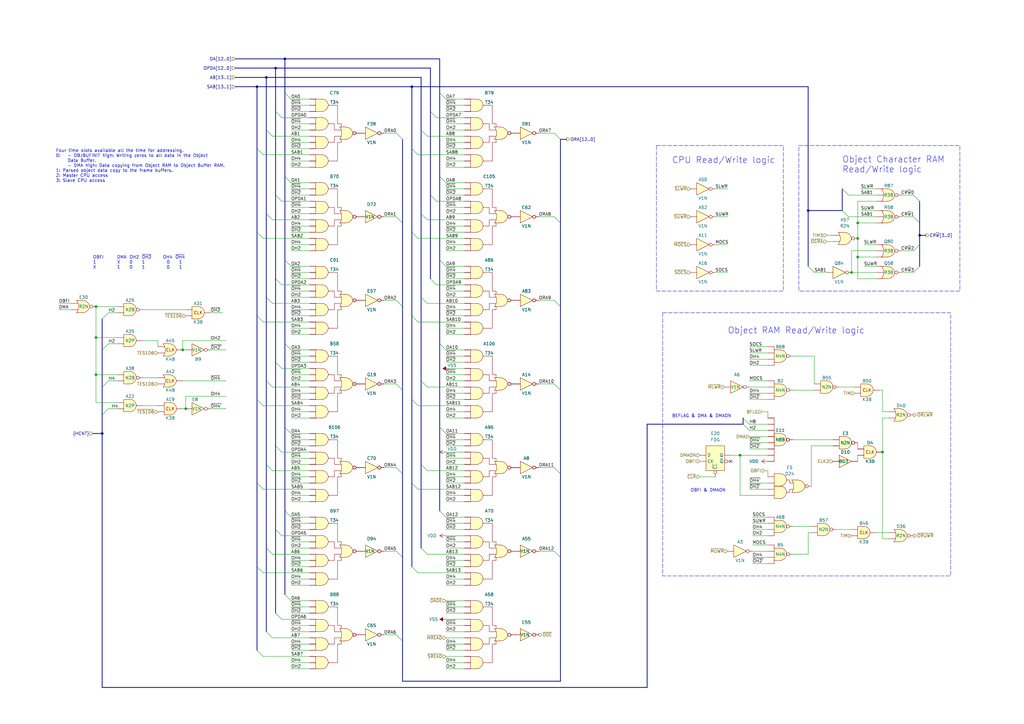
<source format=kicad_sch>
(kicad_sch (version 20231120) (generator "eeschema") (generator_version "8.0")
  (paper "A3")
  (title_block (title "Konami 007783") (date "2023-10-10"))
  (junction (at 41.91 177.8))
  (junction (at 349.25 111.76))
  (junction (at 109.22 31.75))
  (junction (at 39.37 153.67))
  (junction (at 39.37 138.43))
  (junction (at 39.37 125.73))
  (junction (at 168.91 35.56))
  (junction (at 351.79 97.79))
  (junction (at 76.2 167.64))
  (junction (at 303.53 186.69))
  (junction (at 361.95 185.42))
  (junction (at 331.47 86.36))
  (junction (at 74.93 143.51))
  (junction (at 377.19 96.52))
  (junction (at 351.79 91.44))
  (junction (at 113.03 27.94))
  (junction (at 105.41 35.56))
  (junction (at 116.84 24.13))
  (junction (at 351.79 105.41))
  (no_connect (at 299.72 189.23))
  (bus_entry (at 331.47 109.22) (size 2.54 2.54))
  (bus_entry (at 162.56 123.19) (size 2.54 2.54))
  (bus_entry (at 374.65 102.87) (size 2.54 -2.54))
  (bus_entry (at 168.91 232.41) (size 2.54 2.54))
  (bus_entry (at 116.84 106.68) (size 2.54 2.54))
  (bus_entry (at 113.03 80.01) (size 2.54 2.54))
  (bus_entry (at 162.56 191.77) (size 2.54 2.54))
  (bus_entry (at 180.34 175.26) (size 2.54 2.54))
  (bus_entry (at 172.72 156.21) (size 2.54 2.54))
  (bus_entry (at 168.91 163.83) (size 2.54 2.54))
  (bus_entry (at 116.84 38.1) (size 2.54 2.54))
  (bus_entry (at 345.44 86.36) (size 2.54 2.54))
  (bus_entry (at 113.03 114.3) (size 2.54 2.54))
  (bus_entry (at 113.03 251.46) (size 2.54 2.54))
  (bus_entry (at 109.22 156.21) (size 2.54 2.54))
  (bus_entry (at 227.33 123.19) (size 2.54 2.54))
  (bus_entry (at 109.22 190.5) (size 2.54 2.54))
  (bus_entry (at 176.53 45.72) (size 2.54 2.54))
  (bus_entry (at 116.84 72.39) (size 2.54 2.54))
  (bus_entry (at 41.91 130.81) (size 2.54 -2.54))
  (bus_entry (at 109.22 224.79) (size 2.54 2.54))
  (bus_entry (at 304.8 171.45) (size 2.54 2.54))
  (bus_entry (at 168.91 198.12) (size 2.54 2.54))
  (bus_entry (at 113.03 45.72) (size 2.54 2.54))
  (bus_entry (at 168.91 129.54) (size 2.54 2.54))
  (bus_entry (at 180.34 106.68) (size 2.54 2.54))
  (bus_entry (at 162.56 226.06) (size 2.54 2.54))
  (bus_entry (at 113.03 217.17) (size 2.54 2.54))
  (bus_entry (at 227.33 88.9) (size 2.54 2.54))
  (bus_entry (at 41.91 143.51) (size 2.54 -2.54))
  (bus_entry (at 168.91 60.96) (size 2.54 2.54))
  (bus_entry (at 180.34 140.97) (size 2.54 2.54))
  (bus_entry (at 105.41 198.12) (size 2.54 2.54))
  (bus_entry (at 116.84 243.84) (size 2.54 2.54))
  (bus_entry (at 227.33 54.61) (size 2.54 2.54))
  (bus_entry (at 113.03 148.59) (size 2.54 2.54))
  (bus_entry (at 374.65 111.76) (size 2.54 -2.54))
  (bus_entry (at 172.72 53.34) (size 2.54 2.54))
  (bus_entry (at 113.03 182.88) (size 2.54 2.54))
  (bus_entry (at 41.91 170.18) (size 2.54 -2.54))
  (bus_entry (at 227.33 226.06) (size 2.54 2.54))
  (bus_entry (at 227.33 191.77) (size 2.54 2.54))
  (bus_entry (at 172.72 87.63) (size 2.54 2.54))
  (bus_entry (at 41.91 158.75) (size 2.54 -2.54))
  (bus_entry (at 105.41 266.7) (size 2.54 2.54))
  (bus_entry (at 109.22 53.34) (size 2.54 2.54))
  (bus_entry (at 374.65 80.01) (size 2.54 2.54))
  (bus_entry (at 374.65 88.9) (size 2.54 2.54))
  (bus_entry (at 172.72 190.5) (size 2.54 2.54))
  (bus_entry (at 116.84 175.26) (size 2.54 2.54))
  (bus_entry (at 116.84 209.55) (size 2.54 2.54))
  (bus_entry (at 116.84 140.97) (size 2.54 2.54))
  (bus_entry (at 227.33 157.48) (size 2.54 2.54))
  (bus_entry (at 109.22 259.08) (size 2.54 2.54))
  (bus_entry (at 162.56 260.35) (size 2.54 2.54))
  (bus_entry (at 109.22 121.92) (size 2.54 2.54))
  (bus_entry (at 162.56 157.48) (size 2.54 2.54))
  (bus_entry (at 304.8 173.99) (size 2.54 2.54))
  (bus_entry (at 180.34 38.1) (size 2.54 2.54))
  (bus_entry (at 172.72 224.79) (size 2.54 2.54))
  (bus_entry (at 162.56 54.61) (size 2.54 2.54))
  (bus_entry (at 180.34 209.55) (size 2.54 2.54))
  (bus_entry (at 105.41 232.41) (size 2.54 2.54))
  (bus_entry (at 345.44 77.47) (size 2.54 2.54))
  (bus_entry (at 168.91 95.25) (size 2.54 2.54))
  (bus_entry (at 180.34 72.39) (size 2.54 2.54))
  (bus_entry (at 176.53 80.01) (size 2.54 2.54))
  (bus_entry (at 105.41 95.25) (size 2.54 2.54))
  (bus_entry (at 172.72 121.92) (size 2.54 2.54))
  (bus_entry (at 162.56 88.9) (size 2.54 2.54))
  (bus_entry (at 105.41 129.54) (size 2.54 2.54))
  (bus_entry (at 109.22 87.63) (size 2.54 2.54))
  (bus_entry (at 105.41 60.96) (size 2.54 2.54))
  (bus_entry (at 176.53 114.3) (size 2.54 2.54))
  (bus_entry (at 105.41 163.83) (size 2.54 2.54))
  (wire (pts (xy 182.88 224.79) (xy 190.5 224.79)))
  (bus (pts (xy 229.87 57.15) (xy 232.41 57.15)))
  (wire (pts (xy 182.88 100.33) (xy 190.5 100.33)))
  (wire (pts (xy 182.88 156.21) (xy 190.5 156.21)))
  (wire (pts (xy 119.38 198.12) (xy 127 198.12)))
  (bus (pts (xy 165.1 279.4) (xy 229.87 279.4)))
  (wire (pts (xy 119.38 102.87) (xy 127 102.87)))
  (wire (pts (xy 293.37 88.9) (xy 298.45 88.9)))
  (wire (pts (xy 182.88 198.12) (xy 190.5 198.12)))
  (wire (pts (xy 182.88 74.93) (xy 190.5 74.93)))
  (wire (pts (xy 220.98 54.61) (xy 227.33 54.61)))
  (wire (pts (xy 171.45 234.95) (xy 190.5 234.95)))
  (bus (pts (xy 172.72 121.92) (xy 172.72 156.21)))
  (wire (pts (xy 308.61 231.14) (xy 314.96 231.14)))
  (wire (pts (xy 307.34 158.75) (xy 314.96 158.75)))
  (wire (pts (xy 182.88 77.47) (xy 190.5 77.47)))
  (wire (pts (xy 182.88 148.59) (xy 190.5 148.59)))
  (bus (pts (xy 229.87 160.02) (xy 229.87 125.73)))
  (wire (pts (xy 115.57 185.42) (xy 127 185.42)))
  (wire (pts (xy 119.38 203.2) (xy 127 203.2)))
  (bus (pts (xy 113.03 27.94) (xy 176.53 27.94)))
  (wire (pts (xy 353.06 77.47) (xy 359.41 77.47)))
  (bus (pts (xy 304.8 173.99) (xy 265.43 173.99)))
  (wire (pts (xy 182.88 229.87) (xy 190.5 229.87)))
  (wire (pts (xy 182.88 121.92) (xy 190.5 121.92)))
  (wire (pts (xy 175.26 124.46) (xy 190.5 124.46)))
  (bus (pts (xy 172.72 87.63) (xy 172.72 121.92)))
  (wire (pts (xy 119.38 74.93) (xy 127 74.93)))
  (wire (pts (xy 347.98 88.9) (xy 359.41 88.9)))
  (wire (pts (xy 307.34 142.24) (xy 314.96 142.24)))
  (bus (pts (xy 116.84 24.13) (xy 116.84 38.1)))
  (bus (pts (xy 113.03 217.17) (xy 113.03 251.46)))
  (wire (pts (xy 175.26 55.88) (xy 190.5 55.88)))
  (bus (pts (xy 105.41 60.96) (xy 105.41 35.56)))
  (wire (pts (xy 119.38 156.21) (xy 127 156.21)))
  (bus (pts (xy 377.19 96.52) (xy 379.73 96.52)))
  (wire (pts (xy 119.38 168.91) (xy 127 168.91)))
  (wire (pts (xy 171.45 166.37) (xy 190.5 166.37)))
  (wire (pts (xy 182.88 68.58) (xy 190.5 68.58)))
  (wire (pts (xy 179.07 116.84) (xy 190.5 116.84)))
  (bus (pts (xy 113.03 148.59) (xy 113.03 182.88)))
  (wire (pts (xy 308.61 212.09) (xy 314.96 212.09)))
  (wire (pts (xy 182.88 256.54) (xy 190.5 256.54)))
  (bus (pts (xy 377.19 100.33) (xy 377.19 109.22)))
  (wire (pts (xy 119.38 187.96) (xy 127 187.96)))
  (wire (pts (xy 361.95 160.02) (xy 360.68 160.02)))
  (wire (pts (xy 119.38 217.17) (xy 127 217.17)))
  (bus (pts (xy 105.41 232.41) (xy 105.41 266.7)))
  (wire (pts (xy 369.57 88.9) (xy 374.65 88.9)))
  (wire (pts (xy 111.76 158.75) (xy 127 158.75)))
  (wire (pts (xy 157.48 226.06) (xy 162.56 226.06)))
  (wire (pts (xy 76.2 167.64) (xy 74.93 167.64)))
  (bus (pts (xy 113.03 45.72) (xy 113.03 80.01)))
  (bus (pts (xy 165.1 262.89) (xy 165.1 279.4)))
  (wire (pts (xy 299.72 186.69) (xy 303.53 186.69)))
  (wire (pts (xy 182.88 111.76) (xy 190.5 111.76)))
  (wire (pts (xy 182.88 40.64) (xy 190.5 40.64)))
  (wire (pts (xy 119.38 85.09) (xy 127 85.09)))
  (wire (pts (xy 369.57 80.01) (xy 374.65 80.01)))
  (wire (pts (xy 44.45 128.27) (xy 48.26 128.27)))
  (wire (pts (xy 307.34 179.07) (xy 314.96 179.07)))
  (wire (pts (xy 184.15 151.13) (xy 190.5 151.13)))
  (wire (pts (xy 175.26 90.17) (xy 190.5 90.17)))
  (bus (pts (xy 172.72 190.5) (xy 172.72 224.79)))
  (wire (pts (xy 115.57 116.84) (xy 127 116.84)))
  (wire (pts (xy 182.88 163.83) (xy 190.5 163.83)))
  (wire (pts (xy 359.41 105.41) (xy 351.79 105.41)))
  (bus (pts (xy 265.43 173.99) (xy 265.43 281.94)))
  (wire (pts (xy 175.26 158.75) (xy 190.5 158.75)))
  (wire (pts (xy 119.38 109.22) (xy 127 109.22)))
  (wire (pts (xy 24.13 124.46) (xy 29.21 124.46)))
  (wire (pts (xy 119.38 68.58) (xy 127 68.58)))
  (wire (pts (xy 293.37 100.33) (xy 298.45 100.33)))
  (wire (pts (xy 307.34 200.66) (xy 314.96 200.66)))
  (wire (pts (xy 307.34 198.12) (xy 314.96 198.12)))
  (wire (pts (xy 157.48 157.48) (xy 162.56 157.48)))
  (wire (pts (xy 313.69 193.04) (xy 314.96 193.04)))
  (wire (pts (xy 182.88 114.3) (xy 190.5 114.3)))
  (wire (pts (xy 119.38 92.71) (xy 127 92.71)))
  (bus (pts (xy 116.84 38.1) (xy 116.84 72.39)))
  (bus (pts (xy 331.47 86.36) (xy 331.47 109.22)))
  (wire (pts (xy 349.25 111.76) (xy 359.41 111.76)))
  (wire (pts (xy 182.88 87.63) (xy 190.5 87.63)))
  (wire (pts (xy 351.79 91.44) (xy 359.41 91.44)))
  (wire (pts (xy 119.38 171.45) (xy 127 171.45)))
  (bus (pts (xy 113.03 182.88) (xy 113.03 217.17)))
  (wire (pts (xy 171.45 63.5) (xy 190.5 63.5)))
  (bus (pts (xy 105.41 95.25) (xy 105.41 129.54)))
  (bus (pts (xy 96.52 31.75) (xy 109.22 31.75)))
  (wire (pts (xy 39.37 153.67) (xy 48.26 153.67)))
  (wire (pts (xy 119.38 232.41) (xy 127 232.41)))
  (wire (pts (xy 182.88 195.58) (xy 190.5 195.58)))
  (bus (pts (xy 229.87 194.31) (xy 229.87 228.6)))
  (wire (pts (xy 111.76 55.88) (xy 127 55.88)))
  (wire (pts (xy 58.42 154.94) (xy 64.77 154.94)))
  (wire (pts (xy 182.88 80.01) (xy 190.5 80.01)))
  (bus (pts (xy 345.44 86.36) (xy 331.47 86.36)))
  (bus (pts (xy 168.91 60.96) (xy 168.91 35.56)))
  (wire (pts (xy 369.57 102.87) (xy 374.65 102.87)))
  (wire (pts (xy 44.45 140.97) (xy 48.26 140.97)))
  (wire (pts (xy 74.93 139.7) (xy 92.71 139.7)))
  (wire (pts (xy 119.38 114.3) (xy 127 114.3)))
  (wire (pts (xy 115.57 151.13) (xy 127 151.13)))
  (wire (pts (xy 182.88 214.63) (xy 190.5 214.63)))
  (bus (pts (xy 345.44 77.47) (xy 345.44 86.36)))
  (bus (pts (xy 41.91 177.8) (xy 38.1 177.8)))
  (wire (pts (xy 349.25 102.87) (xy 359.41 102.87)))
  (wire (pts (xy 182.88 92.71) (xy 190.5 92.71)))
  (wire (pts (xy 182.88 187.96) (xy 190.5 187.96)))
  (bus (pts (xy 176.53 80.01) (xy 176.53 114.3)))
  (bus (pts (xy 109.22 190.5) (xy 109.22 224.79)))
  (wire (pts (xy 220.98 191.77) (xy 227.33 191.77)))
  (wire (pts (xy 119.38 274.32) (xy 127 274.32)))
  (wire (pts (xy 111.76 90.17) (xy 127 90.17)))
  (wire (pts (xy 351.79 114.3) (xy 351.79 105.41)))
  (wire (pts (xy 119.38 224.79) (xy 127 224.79)))
  (wire (pts (xy 119.38 143.51) (xy 127 143.51)))
  (wire (pts (xy 354.33 109.22) (xy 359.41 109.22)))
  (wire (pts (xy 119.38 222.25) (xy 127 222.25)))
  (wire (pts (xy 182.88 254) (xy 190.5 254)))
  (wire (pts (xy 361.95 220.98) (xy 364.49 220.98)))
  (wire (pts (xy 119.38 177.8) (xy 127 177.8)))
  (wire (pts (xy 76.2 162.56) (xy 92.71 162.56)))
  (bus (pts (xy 165.1 228.6) (xy 165.1 262.89)))
  (wire (pts (xy 119.38 129.54) (xy 127 129.54)))
  (bus (pts (xy 116.84 72.39) (xy 116.84 106.68)))
  (wire (pts (xy 182.88 180.34) (xy 190.5 180.34)))
  (wire (pts (xy 307.34 144.78) (xy 314.96 144.78)))
  (wire (pts (xy 351.79 189.23) (xy 351.79 186.69)))
  (wire (pts (xy 182.88 251.46) (xy 190.5 251.46)))
  (bus (pts (xy 41.91 130.81) (xy 41.91 143.51)))
  (wire (pts (xy 58.42 127) (xy 76.2 127)))
  (bus (pts (xy 41.91 281.94) (xy 41.91 177.8)))
  (bus (pts (xy 265.43 281.94) (xy 41.91 281.94)))
  (wire (pts (xy 111.76 124.46) (xy 127 124.46)))
  (wire (pts (xy 334.01 111.76) (xy 339.09 111.76)))
  (wire (pts (xy 182.88 205.74) (xy 190.5 205.74)))
  (wire (pts (xy 119.38 205.74) (xy 127 205.74)))
  (wire (pts (xy 182.88 137.16) (xy 190.5 137.16)))
  (wire (pts (xy 119.38 246.38) (xy 127 246.38)))
  (bus (pts (xy 172.72 156.21) (xy 172.72 190.5)))
  (wire (pts (xy 308.61 219.71) (xy 314.96 219.71)))
  (wire (pts (xy 182.88 50.8) (xy 190.5 50.8)))
  (bus (pts (xy 165.1 125.73) (xy 165.1 160.02)))
  (wire (pts (xy 86.36 167.64) (xy 92.71 167.64)))
  (bus (pts (xy 229.87 125.73) (xy 229.87 91.44)))
  (bus (pts (xy 180.34 38.1) (xy 180.34 24.13)))
  (wire (pts (xy 182.88 85.09) (xy 190.5 85.09)))
  (wire (pts (xy 175.26 193.04) (xy 190.5 193.04)))
  (wire (pts (xy 107.95 269.24) (xy 127 269.24)))
  (bus (pts (xy 116.84 24.13) (xy 180.34 24.13)))
  (wire (pts (xy 119.38 240.03) (xy 127 240.03)))
  (wire (pts (xy 361.95 185.42) (xy 361.95 220.98)))
  (wire (pts (xy 182.88 237.49) (xy 190.5 237.49)))
  (wire (pts (xy 182.88 119.38) (xy 190.5 119.38)))
  (wire (pts (xy 334.01 160.02) (xy 325.12 160.02)))
  (wire (pts (xy 115.57 254) (xy 127 254)))
  (wire (pts (xy 182.88 222.25) (xy 190.5 222.25)))
  (wire (pts (xy 119.38 95.25) (xy 127 95.25)))
  (wire (pts (xy 307.34 163.83) (xy 314.96 163.83)))
  (wire (pts (xy 119.38 195.58) (xy 127 195.58)))
  (wire (pts (xy 182.88 129.54) (xy 190.5 129.54)))
  (wire (pts (xy 157.48 260.35) (xy 162.56 260.35)))
  (wire (pts (xy 107.95 132.08) (xy 127 132.08)))
  (wire (pts (xy 182.88 190.5) (xy 190.5 190.5)))
  (wire (pts (xy 119.38 146.05) (xy 127 146.05)))
  (wire (pts (xy 182.88 161.29) (xy 190.5 161.29)))
  (wire (pts (xy 314.96 193.04) (xy 314.96 195.58)))
  (wire (pts (xy 350.52 158.75) (xy 344.17 158.75)))
  (bus (pts (xy 304.8 171.45) (xy 304.8 173.99)))
  (bus (pts (xy 168.91 95.25) (xy 168.91 129.54)))
  (wire (pts (xy 293.37 77.47) (xy 298.45 77.47)))
  (wire (pts (xy 182.88 259.08) (xy 190.5 259.08)))
  (bus (pts (xy 229.87 194.31) (xy 229.87 160.02)))
  (wire (pts (xy 157.48 191.77) (xy 162.56 191.77)))
  (wire (pts (xy 119.38 111.76) (xy 127 111.76)))
  (wire (pts (xy 182.88 217.17) (xy 190.5 217.17)))
  (wire (pts (xy 182.88 240.03) (xy 190.5 240.03)))
  (wire (pts (xy 182.88 182.88) (xy 190.5 182.88)))
  (wire (pts (xy 39.37 165.1) (xy 48.26 165.1)))
  (bus (pts (xy 377.19 96.52) (xy 377.19 100.33)))
  (bus (pts (xy 116.84 209.55) (xy 116.84 243.84)))
  (wire (pts (xy 58.42 139.7) (xy 64.77 139.7)))
  (wire (pts (xy 119.38 214.63) (xy 127 214.63)))
  (bus (pts (xy 377.19 82.55) (xy 377.19 91.44)))
  (wire (pts (xy 182.88 274.32) (xy 190.5 274.32)))
  (wire (pts (xy 182.88 269.24) (xy 190.5 269.24)))
  (wire (pts (xy 314.96 168.91) (xy 314.96 171.45)))
  (wire (pts (xy 119.38 256.54) (xy 127 256.54)))
  (bus (pts (xy 96.52 35.56) (xy 105.41 35.56)))
  (wire (pts (xy 74.93 156.21) (xy 92.71 156.21)))
  (bus (pts (xy 168.91 198.12) (xy 168.91 232.41)))
  (wire (pts (xy 308.61 228.6) (xy 314.96 228.6)))
  (bus (pts (xy 105.41 60.96) (xy 105.41 95.25)))
  (wire (pts (xy 220.98 88.9) (xy 227.33 88.9)))
  (bus (pts (xy 116.84 106.68) (xy 116.84 140.97)))
  (wire (pts (xy 119.38 212.09) (xy 127 212.09)))
  (wire (pts (xy 119.38 60.96) (xy 127 60.96)))
  (wire (pts (xy 220.98 157.48) (xy 227.33 157.48)))
  (wire (pts (xy 119.38 127) (xy 127 127)))
  (bus (pts (xy 331.47 35.56) (xy 168.91 35.56)))
  (bus (pts (xy 109.22 224.79) (xy 109.22 259.08)))
  (wire (pts (xy 119.38 251.46) (xy 127 251.46)))
  (wire (pts (xy 182.88 171.45) (xy 190.5 171.45)))
  (bus (pts (xy 109.22 87.63) (xy 109.22 121.92)))
  (bus (pts (xy 109.22 31.75) (xy 109.22 53.34)))
  (wire (pts (xy 361.95 168.91) (xy 364.49 168.91)))
  (wire (pts (xy 39.37 125.73) (xy 39.37 138.43)))
  (bus (pts (xy 105.41 198.12) (xy 105.41 232.41)))
  (wire (pts (xy 325.12 215.9) (xy 332.74 215.9)))
  (wire (pts (xy 349.25 102.87) (xy 349.25 111.76)))
  (wire (pts (xy 182.88 185.42) (xy 190.5 185.42)))
  (bus (pts (xy 165.1 57.15) (xy 165.1 91.44)))
  (wire (pts (xy 331.47 227.33) (xy 325.12 227.33)))
  (wire (pts (xy 182.88 261.62) (xy 190.5 261.62)))
  (wire (pts (xy 182.88 232.41) (xy 190.5 232.41)))
  (bus (pts (xy 180.34 38.1) (xy 180.34 72.39)))
  (wire (pts (xy 74.93 143.51) (xy 76.2 143.51)))
  (wire (pts (xy 119.38 121.92) (xy 127 121.92)))
  (wire (pts (xy 182.88 127) (xy 190.5 127)))
  (wire (pts (xy 307.34 176.53) (xy 314.96 176.53)))
  (wire (pts (xy 287.02 195.58) (xy 293.37 195.58)))
  (wire (pts (xy 351.79 105.41) (xy 351.79 97.79)))
  (wire (pts (xy 119.38 237.49) (xy 127 237.49)))
  (wire (pts (xy 359.41 218.44) (xy 364.49 218.44)))
  (bus (pts (xy 41.91 170.18) (xy 41.91 177.8)))
  (bus (pts (xy 109.22 121.92) (xy 109.22 156.21)))
  (bus (pts (xy 229.87 91.44) (xy 229.87 57.15)))
  (wire (pts (xy 119.38 100.33) (xy 127 100.33)))
  (wire (pts (xy 179.07 82.55) (xy 190.5 82.55)))
  (wire (pts (xy 182.88 219.71) (xy 190.5 219.71)))
  (wire (pts (xy 308.61 217.17) (xy 314.96 217.17)))
  (wire (pts (xy 107.95 234.95) (xy 127 234.95)))
  (wire (pts (xy 119.38 163.83) (xy 127 163.83)))
  (wire (pts (xy 119.38 66.04) (xy 127 66.04)))
  (wire (pts (xy 64.77 139.7) (xy 64.77 142.24)))
  (wire (pts (xy 307.34 147.32) (xy 314.96 147.32)))
  (wire (pts (xy 179.07 48.26) (xy 190.5 48.26)))
  (wire (pts (xy 119.38 45.72) (xy 127 45.72)))
  (wire (pts (xy 182.88 66.04) (xy 190.5 66.04)))
  (wire (pts (xy 308.61 223.52) (xy 314.96 223.52)))
  (wire (pts (xy 182.88 203.2) (xy 190.5 203.2)))
  (wire (pts (xy 325.12 180.34) (xy 341.63 180.34)))
  (wire (pts (xy 119.38 134.62) (xy 127 134.62)))
  (wire (pts (xy 157.48 88.9) (xy 162.56 88.9)))
  (wire (pts (xy 182.88 264.16) (xy 190.5 264.16)))
  (wire (pts (xy 119.38 77.47) (xy 127 77.47)))
  (wire (pts (xy 361.95 171.45) (xy 361.95 185.42)))
  (wire (pts (xy 351.79 82.55) (xy 351.79 91.44)))
  (bus (pts (xy 168.91 163.83) (xy 168.91 198.12)))
  (wire (pts (xy 86.36 128.27) (xy 91.44 128.27)))
  (wire (pts (xy 349.25 217.17) (xy 342.9 217.17)))
  (wire (pts (xy 182.88 134.62) (xy 190.5 134.62)))
  (bus (pts (xy 180.34 175.26) (xy 180.34 209.55)))
  (bus (pts (xy 165.1 194.31) (xy 165.1 228.6)))
  (wire (pts (xy 182.88 168.91) (xy 190.5 168.91)))
  (wire (pts (xy 175.26 227.33) (xy 190.5 227.33)))
  (wire (pts (xy 339.09 96.52) (xy 341.63 96.52)))
  (bus (pts (xy 168.91 129.54) (xy 168.91 163.83)))
  (wire (pts (xy 182.88 102.87) (xy 190.5 102.87)))
  (wire (pts (xy 308.61 226.06) (xy 314.96 226.06)))
  (wire (pts (xy 307.34 149.86) (xy 314.96 149.86)))
  (wire (pts (xy 157.48 123.19) (xy 162.56 123.19)))
  (wire (pts (xy 157.48 54.61) (xy 162.56 54.61)))
  (wire (pts (xy 107.95 63.5) (xy 127 63.5)))
  (wire (pts (xy 331.47 218.44) (xy 332.74 218.44)))
  (bus (pts (xy 172.72 53.34) (xy 172.72 87.63)))
  (wire (pts (xy 351.79 82.55) (xy 359.41 82.55)))
  (wire (pts (xy 119.38 58.42) (xy 127 58.42)))
  (wire (pts (xy 44.45 156.21) (xy 48.26 156.21)))
  (wire (pts (xy 111.76 227.33) (xy 127 227.33)))
  (wire (pts (xy 119.38 137.16) (xy 127 137.16)))
  (wire (pts (xy 182.88 143.51) (xy 190.5 143.51)))
  (wire (pts (xy 119.38 161.29) (xy 127 161.29)))
  (wire (pts (xy 171.45 132.08) (xy 190.5 132.08)))
  (bus (pts (xy 105.41 129.54) (xy 105.41 163.83)))
  (wire (pts (xy 351.79 91.44) (xy 351.79 97.79)))
  (wire (pts (xy 307.34 161.29) (xy 314.96 161.29)))
  (wire (pts (xy 354.33 100.33) (xy 359.41 100.33)))
  (wire (pts (xy 119.38 180.34) (xy 127 180.34)))
  (wire (pts (xy 308.61 214.63) (xy 314.96 214.63)))
  (bus (pts (xy 41.91 158.75) (xy 41.91 170.18)))
  (wire (pts (xy 111.76 261.62) (xy 127 261.62)))
  (wire (pts (xy 119.38 259.08) (xy 127 259.08)))
  (bus (pts (xy 168.91 60.96) (xy 168.91 95.25)))
  (bus (pts (xy 109.22 31.75) (xy 172.72 31.75)))
  (wire (pts (xy 182.88 246.38) (xy 190.5 246.38)))
  (bus (pts (xy 109.22 156.21) (xy 109.22 190.5)))
  (bus (pts (xy 113.03 114.3) (xy 113.03 148.59)))
  (wire (pts (xy 307.34 173.99) (xy 314.96 173.99)))
  (wire (pts (xy 307.34 181.61) (xy 314.96 181.61)))
  (wire (pts (xy 182.88 146.05) (xy 190.5 146.05)))
  (wire (pts (xy 115.57 82.55) (xy 127 82.55)))
  (wire (pts (xy 351.79 184.15) (xy 351.79 181.61)))
  (wire (pts (xy 182.88 153.67) (xy 190.5 153.67)))
  (bus (pts (xy 229.87 279.4) (xy 229.87 228.6)))
  (wire (pts (xy 361.95 168.91) (xy 361.95 160.02)))
  (wire (pts (xy 325.12 146.05) (xy 334.01 146.05)))
  (wire (pts (xy 39.37 153.67) (xy 39.37 165.1)))
  (bus (pts (xy 96.52 24.13) (xy 116.84 24.13)))
  (wire (pts (xy 119.38 40.64) (xy 127 40.64)))
  (wire (pts (xy 361.95 171.45) (xy 364.49 171.45)))
  (wire (pts (xy 334.01 146.05) (xy 334.01 157.48)))
  (wire (pts (xy 119.38 43.18) (xy 127 43.18)))
  (bus (pts (xy 105.41 163.83) (xy 105.41 198.12)))
  (wire (pts (xy 115.57 219.71) (xy 127 219.71)))
  (bus (pts (xy 109.22 53.34) (xy 109.22 87.63)))
  (wire (pts (xy 119.38 87.63) (xy 127 87.63)))
  (wire (pts (xy 332.74 182.88) (xy 332.74 199.39)))
  (bus (pts (xy 113.03 27.94) (xy 113.03 45.72)))
  (bus (pts (xy 176.53 45.72) (xy 176.53 80.01)))
  (bus (pts (xy 165.1 160.02) (xy 165.1 194.31)))
  (bus (pts (xy 180.34 140.97) (xy 180.34 175.26)))
  (wire (pts (xy 119.38 119.38) (xy 127 119.38)))
  (wire (pts (xy 119.38 148.59) (xy 127 148.59)))
  (wire (pts (xy 182.88 266.7) (xy 190.5 266.7)))
  (bus (pts (xy 176.53 45.72) (xy 176.53 27.94)))
  (wire (pts (xy 312.42 168.91) (xy 314.96 168.91)))
  (wire (pts (xy 107.95 166.37) (xy 127 166.37)))
  (wire (pts (xy 182.88 58.42) (xy 190.5 58.42)))
  (bus (pts (xy 116.84 140.97) (xy 116.84 175.26)))
  (wire (pts (xy 332.74 182.88) (xy 341.63 182.88)))
  (wire (pts (xy 119.38 271.78) (xy 127 271.78)))
  (wire (pts (xy 220.98 226.06) (xy 227.33 226.06)))
  (bus (pts (xy 331.47 35.56) (xy 331.47 86.36)))
  (wire (pts (xy 307.34 184.15) (xy 314.96 184.15)))
  (wire (pts (xy 182.88 109.22) (xy 190.5 109.22)))
  (wire (pts (xy 74.93 143.51) (xy 74.93 139.7)))
  (wire (pts (xy 44.45 167.64) (xy 48.26 167.64)))
  (wire (pts (xy 339.09 99.06) (xy 341.63 99.06)))
  (wire (pts (xy 182.88 60.96) (xy 190.5 60.96)))
  (wire (pts (xy 119.38 80.01) (xy 127 80.01)))
  (wire (pts (xy 303.53 203.2) (xy 303.53 186.69)))
  (wire (pts (xy 182.88 271.78) (xy 190.5 271.78)))
  (wire (pts (xy 331.47 218.44) (xy 331.47 227.33)))
  (wire (pts (xy 171.45 97.79) (xy 190.5 97.79)))
  (wire (pts (xy 293.37 111.76) (xy 298.45 111.76)))
  (wire (pts (xy 303.53 203.2) (xy 314.96 203.2)))
  (wire (pts (xy 119.38 264.16) (xy 127 264.16)))
  (wire (pts (xy 119.38 50.8) (xy 127 50.8)))
  (wire (pts (xy 359.41 114.3) (xy 351.79 114.3)))
  (bus (pts (xy 180.34 72.39) (xy 180.34 106.68)))
  (wire (pts (xy 182.88 248.92) (xy 190.5 248.92)))
  (wire (pts (xy 182.88 212.09) (xy 190.5 212.09)))
  (wire (pts (xy 119.38 266.7) (xy 127 266.7)))
  (wire (pts (xy 107.95 97.79) (xy 127 97.79)))
  (bus (pts (xy 113.03 80.01) (xy 113.03 114.3)))
  (wire (pts (xy 119.38 53.34) (xy 127 53.34)))
  (bus (pts (xy 377.19 91.44) (xy 377.19 96.52)))
  (wire (pts (xy 39.37 138.43) (xy 39.37 153.67)))
  (wire (pts (xy 24.13 127) (xy 29.21 127)))
  (wire (pts (xy 220.98 123.19) (xy 227.33 123.19)))
  (wire (pts (xy 119.38 229.87) (xy 127 229.87)))
  (wire (pts (xy 119.38 153.67) (xy 127 153.67)))
  (bus (pts (xy 116.84 175.26) (xy 116.84 209.55)))
  (wire (pts (xy 347.98 80.01) (xy 359.41 80.01)))
  (wire (pts (xy 119.38 248.92) (xy 127 248.92)))
  (wire (pts (xy 86.36 143.51) (xy 92.71 143.51)))
  (bus (pts (xy 180.34 106.68) (xy 180.34 140.97)))
  (wire (pts (xy 353.06 86.36) (xy 359.41 86.36)))
  (bus (pts (xy 165.1 91.44) (xy 165.1 125.73)))
  (wire (pts (xy 303.53 186.69) (xy 314.96 186.69)))
  (wire (pts (xy 182.88 43.18) (xy 190.5 43.18)))
  (wire (pts (xy 182.88 53.34) (xy 190.5 53.34)))
  (wire (pts (xy 307.34 156.21) (xy 314.96 156.21)))
  (wire (pts (xy 369.57 111.76) (xy 374.65 111.76)))
  (wire (pts (xy 182.88 45.72) (xy 190.5 45.72)))
  (bus (pts (xy 96.52 27.94) (xy 113.03 27.94)))
  (wire (pts (xy 119.38 190.5) (xy 127 190.5)))
  (wire (pts (xy 182.88 95.25) (xy 190.5 95.25)))
  (bus (pts (xy 41.91 143.51) (xy 41.91 158.75)))
  (wire (pts (xy 76.2 162.56) (xy 76.2 167.64)))
  (bus (pts (xy 168.91 35.56) (xy 105.41 35.56)))
  (wire (pts (xy 182.88 177.8) (xy 190.5 177.8)))
  (wire (pts (xy 39.37 125.73) (xy 48.26 125.73)))
  (wire (pts (xy 39.37 138.43) (xy 48.26 138.43)))
  (wire (pts (xy 107.95 200.66) (xy 127 200.66)))
  (wire (pts (xy 119.38 182.88) (xy 127 182.88)))
  (bus (pts (xy 172.72 53.34) (xy 172.72 31.75)))
  (wire (pts (xy 64.77 166.37) (xy 58.42 166.37)))
  (wire (pts (xy 115.57 48.26) (xy 127 48.26)))
  (wire (pts (xy 111.76 193.04) (xy 127 193.04)))
  (wire (pts (xy 171.45 200.66) (xy 190.5 200.66)))
  (rectangle (start 269.24 59.69) (end 321.31 119.38) (stroke (width 0) (type dash)))
  (rectangle (start 271.78 128.27) (end 389.89 236.22) (stroke (width 0) (type dash)))
  (rectangle (start 327.66 59.69) (end 393.7 119.38) (stroke (width 0) (type dash)))
  (text "OBFI	DMA	OH2	~{OH2}	OH4	~{OH4}\n1		X	0	1		0	1\nX		1	0	1		0	1		" (at 38.1 110.49 0) (effects (font (size 1.27 1.27)) (justify left bottom)))
  (text "Four time slots available all the time for addressing.\n0: 	- OBJBUFINIT high: Writing zeros to all data in the Object \n	Data Buffer.\n	- DMA high: Data copying from Object RAM to Object Buffer RAM.\n1: Parsed object data copy to the frame buffers.\n2: Master CPU access\n3: Slave CPU access" (at 22.86 74.93 0) (effects (font (size 1.27 1.27)) (justify left bottom)))
  (text "Object Character RAM\nRead/Write logic" (at 345.44 71.12 0) (effects (font (size 2.54 2.54)) (justify left bottom)))
  (text "BEFLAG & DMA & DMAON" (at 275.59 171.45 0) (effects (font (size 1.27 1.27)) (justify left bottom)))
  (text "OBFI & DMAON" (at 283.21 201.93 0) (effects (font (size 1.27 1.27)) (justify left bottom)))
  (text "Object RAM Read/Write logic" (at 298.45 137.16 0) (effects (font (size 2.54 2.54)) (justify left bottom)))
  (text "CPU Read/Write logic" (at 275.59 67.31 0) (effects (font (size 2.54 2.54)) (justify left bottom)))
  (label "~{OH4}" (at 182.88 85.09 0))
  (label "OH4" (at 182.88 100.33 0))
  (label "OH4" (at 308.61 217.17 0))
  (label "OH4" (at 119.38 100.33 0))
  (label "~{OH4}" (at 182.88 119.38 0))
  (label "SAB8" (at 182.88 63.5 0))
  (label "ORA4" (at 157.48 191.77 0))
  (label "H2" (at 307.34 176.53 0))
  (label "OA1" (at 119.38 74.93 0))
  (label "OH2" (at 119.38 171.45 0))
  (label "~{OH4}" (at 119.38 222.25 0))
  (label "~{OH4'}" (at 86.36 167.64 0))
  (label "ORA11" (at 220.98 191.77 0))
  (label "SAB3" (at 119.38 132.08 0))
  (label "OH2" (at 119.38 53.34 0))
  (label "OH4" (at 182.88 229.87 0))
  (label "SAB2" (at 119.38 97.79 0))
  (label "OH4" (at 119.38 92.71 0))
  (label "AB13" (at 182.88 227.33 0))
  (label "~{OH2}" (at 119.38 251.46 0))
  (label "OH4" (at 119.38 134.62 0))
  (label "AB8" (at 182.88 55.88 0))
  (label "OH2" (at 182.88 121.92 0))
  (label "OA11" (at 182.88 177.8 0))
  (label "~{OH2'}" (at 307.34 184.15 0))
  (label "OH4" (at 182.88 195.58 0))
  (label "~{OH4}" (at 182.88 180.34 0))
  (label "~{OH2}" (at 119.38 198.12 0))
  (label "~{OH4}" (at 119.38 153.67 0))
  (label "~{OH4}" (at 119.38 187.96 0))
  (label "~{OH2}" (at 119.38 182.88 0))
  (label "SAB10" (at 182.88 132.08 0))
  (label "OH4" (at 119.38 161.29 0))
  (label "SAB11" (at 182.88 166.37 0))
  (label "SLWR" (at 353.06 77.47 0))
  (label "~{OH2}" (at 119.38 148.59 0))
  (label "CR~{W}1" (at 369.57 88.9 0))
  (label "OH2" (at 182.88 68.58 0))
  (label "OA0" (at 119.38 40.64 0))
  (label "H8" (at 307.34 173.99 0))
  (label "~{OH4}" (at 182.88 77.47 0))
  (label "OPDA7" (at 182.88 48.26 0))
  (label "SAB13" (at 182.88 234.95 0))
  (label "AB7" (at 119.38 261.62 0))
  (label "OH4" (at 119.38 203.2 0))
  (label "~{OH2}" (at 119.38 232.41 0))
  (label "~{OH4}" (at 119.38 77.47 0))
  (label "~{OH2}" (at 182.88 163.83 0))
  (label "OH4" (at 119.38 264.16 0))
  (label "~{OH2}" (at 119.38 163.83 0))
  (label "MOCS" (at 307.34 156.21 0))
  (label "H2" (at 44.45 128.27 0))
  (label "OH4" (at 182.88 264.16 0))
  (label "~{OH4}" (at 182.88 50.8 0))
  (label "~{OH4}" (at 119.38 248.92 0))
  (label "ORA3" (at 157.48 157.48 0))
  (label "OPDA8" (at 182.88 82.55 0))
  (label "OH4" (at 307.34 147.32 0))
  (label "~{OH2}" (at 182.88 217.17 0))
  (label "SAB1" (at 119.38 63.5 0))
  (label "AB6" (at 119.38 227.33 0))
  (label "OPDA9" (at 182.88 116.84 0))
  (label "OPDA5" (at 119.38 219.71 0))
  (label "OH2" (at 119.38 102.87 0))
  (label "OH2" (at 119.38 87.63 0))
  (label "SOCS" (at 308.61 212.09 0))
  (label "SAB4" (at 119.38 166.37 0))
  (label "DMA" (at 24.13 127 0))
  (label "H4" (at 44.45 156.21 0))
  (label "~{OH4}" (at 182.88 43.18 0))
  (label "OH4" (at 182.88 168.91 0))
  (label "~{OH2}" (at 182.88 251.46 0))
  (label "SAB1" (at 353.06 88.9 0))
  (label "OH2" (at 119.38 121.92 0))
  (label "AB1" (at 119.38 55.88 0))
  (label "~{OH4}" (at 119.38 43.18 0))
  (label "SLWR" (at 293.37 77.47 0))
  (label "OH2" (at 308.61 219.71 0))
  (label "OH4" (at 182.88 134.62 0))
  (label "SOCS" (at 307.34 142.24 0))
  (label "~{OH4}" (at 182.88 248.92 0))
  (label "OH2" (at 182.88 171.45 0))
  (label "OH4" (at 119.38 229.87 0))
  (label "SAB1" (at 334.01 111.76 0))
  (label "~{OH2}" (at 119.38 95.25 0))
  (label "~{OH4}" (at 119.38 119.38 0))
  (label "~{OH2}" (at 182.88 80.01 0))
  (label "OH4" (at 119.38 66.04 0))
  (label "OA7" (at 182.88 40.64 0))
  (label "OH2" (at 182.88 53.34 0))
  (label "SLWR" (at 354.33 100.33 0))
  (label "OH4" (at 119.38 168.91 0))
  (label "CR~{W}3" (at 369.57 111.76 0))
  (label "ORA0" (at 157.48 54.61 0))
  (label "OH2" (at 119.38 137.16 0))
  (label "SLWR" (at 307.34 144.78 0))
  (label "OH4" (at 119.38 58.42 0))
  (label "ORA1" (at 157.48 88.9 0))
  (label "OH2" (at 119.38 68.58 0))
  (label "OH2" (at 182.88 205.74 0))
  (label "~{OH4}" (at 119.38 85.09 0))
  (label "SOCS" (at 293.37 111.76 0))
  (label "~{OH2}" (at 119.38 60.96 0))
  (label "OPDA6" (at 119.38 254 0))
  (label "~{OH4}" (at 182.88 111.76 0))
  (label "H2" (at 44.45 140.97 0))
  (label "OH2" (at 182.88 87.63 0))
  (label "MOCS" (at 293.37 100.33 0))
  (label "SAB12" (at 182.88 200.66 0))
  (label "OA6" (at 119.38 246.38 0))
  (label "~{OH2}" (at 182.88 266.7 0))
  (label "OH2" (at 182.88 274.32 0))
  (label "OH2" (at 182.88 224.79 0))
  (label "~{OH2'}" (at 307.34 163.83 0))
  (label "OH2" (at 182.88 240.03 0))
  (label "OH4" (at 119.38 127 0))
  (label "OH2" (at 119.38 259.08 0))
  (label "~{OH4'}" (at 307.34 198.12 0))
  (label "OA3" (at 119.38 143.51 0))
  (label "~{OH4}" (at 182.88 146.05 0))
  (label "ORA6" (at 157.48 260.35 0))
  (label "OH2" (at 119.38 224.79 0))
  (label "~{OH2}" (at 86.36 128.27 0))
  (label "OA9" (at 182.88 109.22 0))
  (label "AB10" (at 182.88 124.46 0))
  (label "~{OH2'}" (at 86.36 143.51 0))
  (label "CR~{W}0" (at 369.57 80.01 0))
  (label "~{OH2}" (at 182.88 45.72 0))
  (label "OH2" (at 182.88 190.5 0))
  (label "AB11" (at 182.88 158.75 0))
  (label "OH2" (at 119.38 190.5 0))
  (label "OH2" (at 182.88 259.08 0))
  (label "OA10" (at 182.88 143.51 0))
  (label "~{OH2}" (at 119.38 266.7 0))
  (label "OA2" (at 119.38 109.22 0))
  (label "OH4" (at 182.88 237.49 0))
  (label "OA12" (at 182.88 212.09 0))
  (label "OPDA1" (at 119.38 82.55 0))
  (label "ORA7" (at 220.98 54.61 0))
  (label "SUWR" (at 353.06 86.36 0))
  (label "OH4" (at 182.88 161.29 0))
  (label "AB12" (at 182.88 193.04 0))
  (label "~{OH4}" (at 119.38 180.34 0))
  (label "~{OH4}" (at 182.88 222.25 0))
  (label "~{OH4}" (at 119.38 50.8 0))
  (label "SAB5" (at 119.38 200.66 0))
  (label "OH4" (at 182.88 203.2 0))
  (label "~{OH2'}" (at 308.61 231.14 0))
  (label "~{OH4}" (at 119.38 256.54 0))
  (label "~{OH2}" (at 119.38 80.01 0))
  (label "~{OH2}" (at 182.88 182.88 0))
  (label "ORA10" (at 220.98 157.48 0))
  (label "OH2" (at 119.38 240.03 0))
  (label "SUWR" (at 354.33 109.22 0))
  (label "OA8" (at 182.88 74.93 0))
  (label "OH2" (at 119.38 274.32 0))
  (label "H4" (at 45.72 167.64 0))
  (label "OBFI" (at 24.13 124.46 0))
  (label "OH4" (at 182.88 58.42 0))
  (label "OPDA2" (at 119.38 116.84 0))
  (label "OH4" (at 86.36 162.56 0))
  (label "~{OH4}" (at 86.36 156.21 0))
  (label "~{OH4'}" (at 307.34 181.61 0))
  (label "ORA12" (at 220.98 226.06 0))
  (label "~{OH2'}" (at 307.34 200.66 0))
  (label "OH4" (at 307.34 161.29 0))
  (label "OPDA0" (at 119.38 48.26 0))
  (label "SUWR" (at 308.61 214.63 0))
  (label "OA5" (at 119.38 212.09 0))
  (label "SAB7" (at 119.38 269.24 0))
  (label "~{OH2}" (at 119.38 129.54 0))
  (label "~{OH2}" (at 182.88 232.41 0))
  (label "~{OH4}" (at 182.88 187.96 0))
  (label "~{OH4}" (at 119.38 214.63 0))
  (label "~{OH2}" (at 119.38 217.17 0))
  (label "OA4" (at 119.38 177.8 0))
  (label "OH2" (at 307.34 149.86 0))
  (label "ORA9" (at 220.98 123.19 0))
  (label "AB3" (at 119.38 124.46 0))
  (label "OH4" (at 308.61 228.6 0))
  (label "OH4" (at 182.88 66.04 0))
  (label "OH2" (at 182.88 156.21 0))
  (label "ORA2" (at 157.48 123.19 0))
  (label "OH4" (at 182.88 271.78 0))
  (label "OH4" (at 119.38 195.58 0))
  (label "~{OH2}" (at 182.88 198.12 0))
  (label "ORA5" (at 157.48 226.06 0))
  (label "OH2" (at 182.88 137.16 0))
  (label "~{OH4}" (at 182.88 214.63 0))
  (label "OH4" (at 119.38 271.78 0))
  (label "OH2" (at 119.38 205.74 0))
  (label "OH4" (at 119.38 237.49 0))
  (label "AB5" (at 119.38 193.04 0))
  (label "~{OH2}" (at 182.88 148.59 0))
  (label "MOCS" (at 308.61 223.52 0))
  (label "OH2" (at 182.88 102.87 0))
  (label "OPDA4" (at 119.38 185.42 0))
  (label "SAB9" (at 182.88 97.79 0))
  (label "OPDA3" (at 119.38 151.13 0))
  (label "~{OH2}" (at 182.88 95.25 0))
  (label "OH4" (at 182.88 92.71 0))
  (label "AB4" (at 119.38 158.75 0))
  (label "AB2" (at 119.38 90.17 0))
  (label "~{OH2}" (at 119.38 45.72 0))
  (label "~{OH2}" (at 182.88 129.54 0))
  (label "~{OH2}" (at 182.88 60.96 0))
  (label "~{OH4}" (at 119.38 146.05 0))
  (label "ORA8" (at 220.98 88.9 0))
  (label "~{OH2}" (at 182.88 114.3 0))
  (label "AB9" (at 182.88 90.17 0))
  (label "~{OH2}" (at 119.38 114.3 0))
  (label "~{OH4}" (at 182.88 153.67 0))
  (label "SAB6" (at 119.38 234.95 0))
  (label "OH4" (at 182.88 127 0))
  (label "SAB1" (at 353.06 80.01 0))
  (label "~{OH4}" (at 119.38 111.76 0))
  (label "~{OH4}" (at 182.88 256.54 0))
  (label "OH2" (at 86.36 139.7 0))
  (label "CR~{W}2" (at 369.57 102.87 0))
  (label "SUWR" (at 293.37 88.9 0))
  (label "OH2" (at 119.38 156.21 0))
  (hierarchical_label "CLK2" (shape input) (at 341.63 189.23 180))
  (hierarchical_label "~{MUWR}" (shape input) (at 298.45 226.06 180))
  (hierarchical_label "~{ORLWR}" (shape output) (at 374.65 170.18 0))
  (hierarchical_label "~{CLR}" (shape input) (at 287.02 195.58 180))
  (hierarchical_label "DMAON" (shape input) (at 287.02 186.69 180))
  (hierarchical_label "~{ORUWR}" (shape output) (at 374.65 219.71 0))
  (hierarchical_label "~{TES1D6}" (shape input) (at 76.2 129.54 180))
  (hierarchical_label "TIM" (shape input) (at 350.52 161.29 180))
  (hierarchical_label "TES1D6" (shape input) (at 64.77 157.48 180))
  (hierarchical_label "ORA[12..0]" (shape output) (at 232.41 57.15 0))
  (hierarchical_label "~{MOCS}" (shape input) (at 283.21 100.33 180))
  (hierarchical_label "~{SOCS}" (shape input) (at 283.21 111.76 180))
  (hierarchical_label "~{SUWR}" (shape input) (at 283.21 88.9 180))
  (hierarchical_label "AB[13..1]" (shape input) (at 96.52 31.75 180))
  (hierarchical_label "~{MREAD}" (shape input) (at 182.88 261.62 180))
  (hierarchical_label "OA[12..0]" (shape input) (at 96.52 24.13 180))
  (hierarchical_label "CR~{W}[3..0]" (shape output) (at 379.73 96.52 0))
  (hierarchical_label "~{OCRA}" (shape input) (at 339.09 99.06 180))
  (hierarchical_label "~{SLWR}" (shape input) (at 283.21 77.47 180))
  (hierarchical_label "TES1D6" (shape input) (at 64.77 144.78 180))
  (hierarchical_label "OPDA[12..0]" (shape input) (at 96.52 27.94 180))
  (hierarchical_label "OBFI" (shape input) (at 287.02 189.23 180))
  (hierarchical_label "TIM3" (shape input) (at 339.09 96.52 180))
  (hierarchical_label "BFLG" (shape input) (at 312.42 168.91 180))
  (hierarchical_label "{HCNT}" (shape input) (at 38.1 177.8 180))
  (hierarchical_label "~{OAOE}" (shape input) (at 182.88 246.38 180))
  (hierarchical_label "SAB[13..1]" (shape input) (at 96.52 35.56 180))
  (hierarchical_label "~{OOE}" (shape output) (at 220.98 260.35 0))
  (hierarchical_label "DMA" (shape input) (at 307.34 179.07 180))
  (hierarchical_label "~{SREAD}" (shape input) (at 182.88 269.24 180))
  (hierarchical_label "OBFI" (shape input) (at 313.69 193.04 180))
  (hierarchical_label "~{MLWR}" (shape input) (at 297.18 158.75 180))
  (hierarchical_label "TIM" (shape input) (at 349.25 219.71 180))
  (hierarchical_label "~{TES1D6}" (shape input) (at 64.77 168.91 180))
  (symbol (lib_id "ga_fujitsu_av:V1N") (at 152.4 157.48 0) (unit 1)
    (property "Reference" "G19" (at 152.4 153.67 0))
    (property "Value" "V1N" (at 152.4 161.29 0))
  )
  (symbol (lib_id "ga_fujitsu_av:T34") (at 200.66 191.77 0) (unit 1)
    (property "Reference" "A96" (at 200.66 175.26 0))
    (property "Value" "T34" (at 200.66 179.07 0))
  )
  (symbol (lib_id "ga_fujitsu_av:R2N") (at 369.57 219.71 0) (unit 1)
    (property "Reference" "D36" (at 369.57 215.9 0))
    (property "Value" "R2N" (at 369.57 219.71 0))
  )
  (symbol (lib_id "ga_fujitsu_av:N2B") (at 53.34 154.94 0) (unit 1)
    (property "Reference" "A38" (at 53.34 151.13 0))
    (property "Value" "N2B" (at 53.34 154.94 0))
  )
  (symbol (lib_id "ga_fujitsu_av:T34") (at 200.66 123.19 0) (unit 1)
    (property "Reference" "A86" (at 200.66 106.68 0))
    (property "Value" "T34" (at 200.66 110.49 0))
  )
  (symbol (lib_id "ga_fujitsu_av:R3B") (at 364.49 111.76 0) (unit 1)
    (property "Reference" "Q58" (at 364.49 107.95 0))
    (property "Value" "R3B" (at 364.49 111.76 0))
  )
  (symbol (lib_id "ga_fujitsu_av:T34") (at 137.16 226.06 0) (unit 1)
    (property "Reference" "B97" (at 137.16 209.55 0))
    (property "Value" "T34" (at 137.16 213.36 0))
  )
  (symbol (lib_id "ga_fujitsu_av:K3B") (at 356.87 185.42 0) (unit 1)
    (property "Reference" "D4" (at 356.87 181.61 0))
    (property "Value" "K3B" (at 356.87 189.23 0))
  )
  (symbol (lib_id "ga_fujitsu_av:V1N") (at 152.4 123.19 0) (unit 1)
    (property "Reference" "E57" (at 152.4 119.38 0))
    (property "Value" "V1N" (at 152.4 127 0))
  )
  (symbol (lib_id "power:VSS") (at 184.15 151.13 90) (unit 1)
    (property "Reference" "#PWR09" (effects (hide yes)))
    (property "Value" "VSS" (at 185.42 149.86 90))
  )
  (symbol (lib_id "ga_fujitsu_av:V1N") (at 215.9 157.48 0) (unit 1)
    (property "Reference" "A14" (at 215.9 153.67 0))
    (property "Value" "V1N" (at 215.9 161.29 0))
  )
  (symbol (lib_id "ga_fujitsu_av:N2P") (at 53.34 139.7 0) (unit 1)
    (property "Reference" "A35" (at 53.34 135.89 0))
    (property "Value" "N2P" (at 53.34 139.7 0))
  )
  (symbol (lib_id "power:VDD") (at 182.88 219.71 90) (unit 1)
    (property "Reference" "#PWR011" (effects (hide yes)))
    (property "Value" "VDD" (at 179.07 219.71 90) (effects (justify left)))
  )
  (symbol (lib_id "ga_fujitsu_av:N4N") (at 318.77 160.02 0) (unit 1)
    (property "Reference" "B2" (at 320.04 156.21 0))
    (property "Value" "N4N" (at 320.04 160.02 0))
  )
  (symbol (lib_id "ga_fujitsu_av:V1N") (at 81.28 143.51 0) (unit 1)
    (property "Reference" "B9" (at 81.28 147.32 0))
    (property "Value" "V1N" (at 80.6509 143.5271 0))
  )
  (symbol (lib_id "ga_fujitsu_av:K3B") (at 81.28 128.27 0) (unit 1)
    (property "Reference" "A31" (at 81.28 124.46 0))
    (property "Value" "K3B" (at 81.28 132.08 0))
  )
  (symbol (lib_id "ga_fujitsu_av:V1N") (at 215.9 226.06 0) (unit 1)
    (property "Reference" "A55" (at 215.9 220.98 0))
    (property "Value" "V1N" (at 215.2709 226.0771 0))
  )
  (symbol (lib_id "ga_fujitsu_av:K3B") (at 69.85 167.64 0) (unit 1)
    (property "Reference" "A19" (at 69.85 163.83 0))
    (property "Value" "K3B" (at 69.85 171.45 0))
  )
  (symbol (lib_id "ga_fujitsu_av:T34") (at 137.16 157.48 0) (unit 1)
    (property "Reference" "B58" (at 137.16 140.97 0))
    (property "Value" "T34" (at 137.16 144.78 0))
  )
  (symbol (lib_id "ga_fujitsu_av:T34") (at 137.16 123.19 0) (unit 1)
    (property "Reference" "C91" (at 137.16 106.68 0))
    (property "Value" "T34" (at 137.16 110.49 0))
  )
  (symbol (lib_id "ga_fujitsu_av:T34") (at 200.66 260.35 0) (unit 1)
    (property "Reference" "A58" (at 200.66 243.84 0))
    (property "Value" "T34" (at 200.66 247.65 0))
  )
  (symbol (lib_id "ga_fujitsu_av:K4B") (at 69.85 143.51 0) (unit 1)
    (property "Reference" "A45" (at 69.85 139.7 0))
    (property "Value" "K4B" (at 69.85 147.32 0))
  )
  (symbol (lib_id "ga_fujitsu_av:N2B") (at 53.34 127 0) (unit 1)
    (property "Reference" "A25" (at 53.34 123.19 0))
    (property "Value" "N2B" (at 53.34 127 0))
  )
  (symbol (lib_id "ga_fujitsu_av:K3B") (at 355.6 160.02 0) (unit 1)
    (property "Reference" "B50" (at 355.6 156.21 0))
    (property "Value" "K3B" (at 355.6 163.83 0))
  )
  (symbol (lib_id "ga_fujitsu_av:K4B") (at 69.85 156.21 0) (unit 1)
    (property "Reference" "A42" (at 69.85 152.4 0))
    (property "Value" "K4B" (at 69.85 160.02 0))
  )
  (symbol (lib_id "ga_fujitsu_av:V1N") (at 81.28 167.64 0) (unit 1)
    (property "Reference" "E8" (at 80.01 163.83 0))
    (property "Value" "V1N" (at 80.6509 167.6571 0))
  )
  (symbol (lib_id "ga_fujitsu_av:V1N") (at 152.4 191.77 0) (unit 1)
    (property "Reference" "C70" (at 152.4 187.96 0))
    (property "Value" "V1N" (at 152.4 195.58 0))
  )
  (symbol (lib_id "ga_fujitsu_av:N2N") (at 346.71 181.61 0) (unit 1)
    (property "Reference" "E3" (at 346.71 177.8 0))
    (property "Value" "N2N" (at 346.71 181.61 0))
  )
  (symbol (lib_id "ga_fujitsu_av:V1N") (at 215.9 88.9 0) (unit 1)
    (property "Reference" "C62" (at 215.9 85.09 0))
    (property "Value" "V1N" (at 215.9 92.71 0))
  )
  (symbol (lib_id "ga_fujitsu_av:V1N") (at 215.9 260.35 0) (unit 1)
    (property "Reference" "E55" (at 215.9 255.27 0))
    (property "Value" "V1N" (at 215.2709 260.3671 0))
  )
  (symbol (lib_id "ga_fujitsu_av:T34") (at 200.66 226.06 0) (unit 1)
    (property "Reference" "A70" (at 200.66 209.55 0))
    (property "Value" "T34" (at 200.66 213.36 0))
  )
  (symbol (lib_id "ga_fujitsu_av:R2N") (at 346.71 97.79 0) (unit 1)
    (property "Reference" "A57" (at 346.5195 90.17 0))
    (property "Value" "R2N" (at 346.5195 92.71 0))
  )
  (symbol (lib_id "ga_fujitsu_av:R3B") (at 364.49 102.87 0) (unit 1)
    (property "Reference" "Q80" (at 364.49 99.06 0))
    (property "Value" "R3B" (at 364.49 102.87 0))
  )
  (symbol (lib_id "ga_fujitsu_av:N2N") (at 337.82 217.17 0) (unit 1)
    (property "Reference" "B57" (at 337.82 213.36 0))
    (property "Value" "N2N" (at 337.82 217.17 0))
  )
  (symbol (lib_id "ga_fujitsu_av:N4N") (at 318.77 227.33 0) (unit 1)
    (property "Reference" "B5" (at 320.04 223.52 0))
    (property "Value" "N4N" (at 320.04 227.33 0))
  )
  (symbol (lib_id "ga_fujitsu_av:T34") (at 137.16 191.77 0) (unit 1)
    (property "Reference" "B106" (at 137.16 175.26 0))
    (property "Value" "T34" (at 137.16 179.07 0))
  )
  (symbol (lib_id "ga_fujitsu_av:V1N") (at 288.29 88.9 0) (unit 1)
    (property "Reference" "A52" (at 288.29 85.09 0))
    (property "Value" "V1N" (at 288.29 92.71 0))
  )
  (symbol (lib_id "ga_fujitsu_av:T34") (at 137.16 260.35 0) (unit 1)
    (property "Reference" "B88" (at 137.16 243.84 0))
    (property "Value" "T34" (at 137.16 247.65 0))
  )
  (symbol (lib_id "ga_fujitsu_av:K3B") (at 354.33 218.44 0) (unit 1)
    (property "Reference" "B46" (at 354.33 214.63 0))
    (property "Value" "K3B" (at 354.33 222.25 0))
  )
  (symbol (lib_id "ga_fujitsu_av:T34") (at 200.66 88.9 0) (unit 1)
    (property "Reference" "C105" (at 200.66 72.39 0))
    (property "Value" "T34" (at 200.66 76.2 0))
  )
  (symbol (lib_id "ga_fujitsu_av:V1N") (at 344.17 111.76 0) (unit 1)
    (property "Reference" "Q84" (at 344.17 107.95 0))
    (property "Value" "V1N" (at 344.17 115.57 0))
  )
  (symbol (lib_id "ga_fujitsu_av:V1N") (at 302.26 158.75 0) (unit 1)
    (property "Reference" "A6" (at 302.26 153.67 0))
    (property "Value" "V1N" (at 301.6309 158.7671 0))
  )
  (symbol (lib_id "ga_fujitsu_av:V1N") (at 288.29 111.76 0) (unit 1)
    (property "Reference" "A16" (at 288.29 107.95 0))
    (property "Value" "V1N" (at 288.29 115.57 0))
  )
  (symbol (lib_id "ga_fujitsu_av:V1N") (at 215.9 54.61 0) (unit 1)
    (property "Reference" "D81" (at 215.9 50.8 0))
    (property "Value" "V1N" (at 215.9 58.42 0))
  )
  (symbol (lib_id "ga_fujitsu_av:T34") (at 200.66 157.48 0) (unit 1)
    (property "Reference" "A106" (at 200.66 140.97 0))
    (property "Value" "T34" (at 200.66 144.78 0))
  )
  (symbol (lib_id "ga_fujitsu_av:T34") (at 137.16 54.61 0) (unit 1)
    (property "Reference" "C79" (at 137.16 38.1 0))
    (property "Value" "T34" (at 137.16 41.91 0))
  )
  (symbol (lib_id "ga_fujitsu_av:V1N") (at 215.9 123.19 0) (unit 1)
    (property "Reference" "A83" (at 215.9 119.38 0))
    (property "Value" "V1N" (at 215.9 127 0))
  )
  (symbol (lib_id "ga_fujitsu_av:N2N") (at 339.09 158.75 0) (unit 1)
    (property "Reference" "B55" (at 339.09 154.94 0))
    (property "Value" "N2N" (at 339.09 158.75 0))
  )
  (symbol (lib_id "ga_fujitsu_av:V1N") (at 303.53 226.06 0) (unit 1)
    (property "Reference" "A3" (at 303.53 222.25 0))
    (property "Value" "V1N" (at 303.53 229.87 0))
  )
  (symbol (lib_id "power:VDD") (at 182.88 185.42 90) (unit 1)
    (property "Reference" "#PWR010" (effects (hide yes)))
    (property "Value" "VDD" (at 185.42 184.15 90))
  )
  (symbol (lib_id "ga_fujitsu_av:D24") (at 323.85 198.12 0) (unit 1)
    (property "Reference" "E5" (at 323.85 191.77 0))
    (property "Value" "D24" (at 323.85 194.31 0))
  )
  (symbol (lib_id "ga_fujitsu_av:R3B") (at 364.49 88.9 0) (unit 1)
    (property "Reference" "R58" (at 364.49 85.09 0))
    (property "Value" "R3B" (at 364.49 88.9 0))
  )
  (symbol (lib_id "ga_fujitsu_av:V1N") (at 152.4 88.9 0) (unit 1)
    (property "Reference" "D72" (at 152.4 83.82 0))
    (property "Value" "V1N" (at 151.7709 88.9171 0))
  )
  (symbol (lib_id "power:VDD") (at 314.96 189.23 90) (unit 1)
    (property "Reference" "#PWR04" (effects (hide yes)))
    (property "Value" "VDD" (at 311.15 189.23 90) (effects (justify left)))
  )
  (symbol (lib_id "power:VSS") (at 182.88 254 90) (unit 1)
    (property "Reference" "#PWR012" (effects (hide yes)))
    (property "Value" "VSS" (at 177.8 254 90))
  )
  (symbol (lib_id "ga_fujitsu_av:R2N") (at 369.57 170.18 0) (unit 1)
    (property "Reference" "D40" (at 369.57 166.37 0))
    (property "Value" "R2N" (at 369.57 170.18 0))
  )
  (symbol (lib_id "ga_fujitsu_av:FDG") (at 293.37 187.96 0) (unit 1)
    (property "Reference" "E20" (at 293.37 177.8 0))
    (property "Value" "FDG" (at 293.37 180.34 0))
  )
  (symbol (lib_id "ga_fujitsu_av:V1N") (at 152.4 260.35 0) (unit 1)
    (property "Reference" "C65" (at 152.4 256.54 0))
    (property "Value" "V1N" (at 152.4 264.16 0))
  )
  (symbol (lib_id "ga_fujitsu_av:R2N") (at 34.29 125.73 0) (unit 1)
    (property "Reference" "E30" (at 34.29 121.92 0))
    (property "Value" "R2N" (at 34.29 125.73 0))
  )
  (symbol (lib_id "ga_fujitsu_av:N4N") (at 318.77 215.9 0) (unit 1)
    (property "Reference" "A68" (at 320.04 212.09 0))
    (property "Value" "N4N" (at 320.04 215.9 0))
  )
  (symbol (lib_id "ga_fujitsu_av:V1N") (at 152.4 54.61 0) (unit 1)
    (property "Reference" "F38" (at 152.4 50.8 0))
    (property "Value" "V1N" (at 152.4 58.42 0))
  )
  (symbol (lib_id "ga_fujitsu_av:V1N") (at 152.4 226.06 0) (unit 1)
    (property "Reference" "D94" (at 152.4 220.98 0))
    (property "Value" "V1N" (at 151.7709 226.0771 0))
  )
  (symbol (lib_id "ga_fujitsu_av:T34") (at 137.16 88.9 0) (unit 1)
    (property "Reference" "B70" (at 137.16 72.39 0))
    (property "Value" "T34" (at 137.16 76.2 0))
  )
  (symbol (lib_id "ga_fujitsu_av:V1N") (at 288.29 77.47 0) (unit 1)
    (property "Reference" "A50" (at 288.29 73.66 0))
    (property "Value" "V1N" (at 288.29 81.28 0))
  )
  (symbol (lib_id "ga_fujitsu_av:R3B") (at 364.49 80.01 0) (unit 1)
    (property "Reference" "R87" (at 364.49 76.2 0))
    (property "Value" "R3B" (at 364.49 80.01 0))
  )
  (symbol (lib_id "ga_fujitsu_av:N2P") (at 53.34 166.37 0) (unit 1)
    (property "Reference" "A22" (at 53.34 162.56 0))
    (property "Value" "N2P" (at 53.34 166.37 0))
  )
  (symbol (lib_id "ga_fujitsu_av:N8B") (at 317.5 180.34 0) (unit 1)
    (property "Reference" "E11" (at 320.04 176.53 0))
    (property "Value" "N8B" (at 320.04 180.34 0))
  )
  (symbol (lib_id "ga_fujitsu_av:T34") (at 200.66 54.61 0) (unit 1)
    (property "Reference" "B79" (at 200.66 38.1 0))
    (property "Value" "T34" (at 200.66 41.91 0))
  )
  (symbol (lib_id "ga_fujitsu_av:V1N") (at 288.29 100.33 0) (unit 1)
    (property "Reference" "A11" (at 288.29 96.52 0))
    (property "Value" "V1N" (at 288.29 104.14 0))
  )
  (symbol (lib_id "ga_fujitsu_av:V1N") (at 215.9 191.77 0) (unit 1)
    (property "Reference" "A8" (at 215.9 187.96 0))
    (property "Value" "V1N" (at 215.9 195.58 0))
  )
  (symbol (lib_id "ga_fujitsu_av:BD3") (at 346.71 189.23 0) (unit 1)
    (property "Reference" "D10" (at 346.71 185.42 0))
    (property "Value" "BD3" (at 346.075 189.23 0))
  )
  (symbol (lib_id "ga_fujitsu_av:N4N") (at 318.77 146.05 0) (unit 1)
    (property "Reference" "B68" (at 320.04 142.24 0))
    (property "Value" "N4N" (at 320.04 146.05 0))
  )
)
</source>
